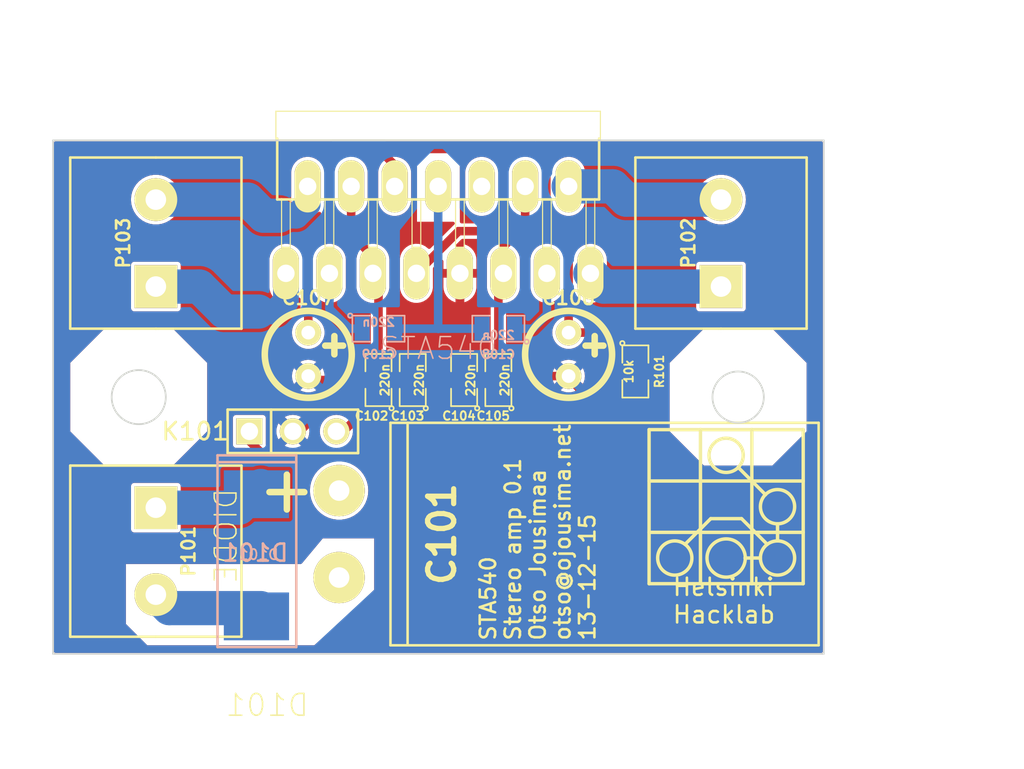
<source format=kicad_pcb>
(kicad_pcb (version 20221018) (generator pcbnew)
  (layers (0 "F.Cu" signal) (1 "In1.Cu" power "Inner2.Cu") (2 "In2.Cu" power "Inner1.Cu") (31 "B.Cu" signal) (34 "B.Paste" user) (35 "F.Paste" user) (36 "B.SilkS" user) (37 "F.SilkS" user) (38 "B.Mask" user) (39 "F.Mask" user) (44 "Edge.Cuts" user))
  (net 0 "")
  (net 1 "GND")
  (net 2 "N-000001")
  (net 3 "N-0000010")
  (net 4 "N-0000011")
  (net 5 "N-0000012")
  (net 6 "N-000002")
  (net 7 "N-000004")
  (net 8 "N-000005")
  (net 9 "N-000006")
  (net 10 "N-000007")
  (net 11 "N-000008")
  (net 12 "N-000009")
  (net 13 "VCC")
  (footprint "SM0805" (layer "F.Cu") (at 64 39 90)
    (fp_text reference "C103" (at -2.1 -3.3 180) (layer "F.SilkS") (effects (font (size 0.50038 0.50038) (thickness 0.10922))))
    (fp_text value "220n" (at 0 0.381 90) (layer "F.SilkS") (effects (font (size 0.50038 0.50038) (thickness 0.10922))))
    (fp_line (start -1.524 -0.762) (end -0.508 -0.762) (stroke (width 0.09906)) (layer "F.SilkS"))
    (fp_line (start -1.524 0.762) (end -1.524 -0.762) (stroke (width 0.09906)) (layer "F.SilkS"))
    (fp_line (start -0.508 0.762) (end -1.524 0.762) (stroke (width 0.09906)) (layer "F.SilkS"))
    (fp_line (start 0.508 -0.762) (end 1.524 -0.762) (stroke (width 0.09906)) (layer "F.SilkS"))
    (fp_line (start 1.524 -0.762) (end 1.524 0.762) (stroke (width 0.09906)) (layer "F.SilkS"))
    (fp_line (start 1.524 0.762) (end 0.508 0.762) (stroke (width 0.09906)) (layer "F.SilkS"))
    (fp_circle (center -1.651 0.762) (end -1.651 0.635) (stroke (width 0.09906)) (fill none) (layer "F.SilkS"))
    (pad "1" smd rect (at -0.9525 0 90) (size 0.889 1.397) (layers "F.Cu" "F.Paste" "F.Mask") (net 4 "N-0000011"))
    (pad "2" smd rect (at 0.9525 0 90) (size 0.889 1.397) (layers "F.Cu" "F.Paste" "F.Mask") (net 8 "N-000005"))
  )
  (footprint "SM0805" (layer "F.Cu") (at 59 39 90)
    (fp_text reference "C104" (at -2.1 4.7 180) (layer "F.SilkS") (effects (font (size 0.50038 0.50038) (thickness 0.10922))))
    (fp_text value "220n" (at 0 0.381 90) (layer "F.SilkS") (effects (font (size 0.50038 0.50038) (thickness 0.10922))))
    (fp_line (start -1.524 -0.762) (end -0.508 -0.762) (stroke (width 0.09906)) (layer "F.SilkS"))
    (fp_line (start -1.524 0.762) (end -1.524 -0.762) (stroke (width 0.09906)) (layer "F.SilkS"))
    (fp_line (start -0.508 0.762) (end -1.524 0.762) (stroke (width 0.09906)) (layer "F.SilkS"))
    (fp_line (start 0.508 -0.762) (end 1.524 -0.762) (stroke (width 0.09906)) (layer "F.SilkS"))
    (fp_line (start 1.524 -0.762) (end 1.524 0.762) (stroke (width 0.09906)) (layer "F.SilkS"))
    (fp_line (start 1.524 0.762) (end 0.508 0.762) (stroke (width 0.09906)) (layer "F.SilkS"))
    (fp_circle (center -1.651 0.762) (end -1.651 0.635) (stroke (width 0.09906)) (fill none) (layer "F.SilkS"))
    (pad "1" smd rect (at -0.9525 0 90) (size 0.889 1.397) (layers "F.Cu" "F.Paste" "F.Mask") (net 5 "N-0000012"))
    (pad "2" smd rect (at 0.9525 0 90) (size 0.889 1.397) (layers "F.Cu" "F.Paste" "F.Mask") (net 3 "N-0000010"))
  )
  (footprint "PIN_ARRAY_3X1" (layer "F.Cu") (at 54 42)
    (fp_text reference "K101" (at -5.7 0) (layer "F.SilkS") (effects (font (size 1.016 1.016) (thickness 0.1524))))
    (fp_text value "CONN_3" hide)
    (fp_line (start -3.81 -1.27) (end 3.81 -1.27) (stroke (width 0.1524)) (layer "F.SilkS"))
    (fp_line (start -3.81 1.27) (end -3.81 -1.27) (stroke (width 0.1524)) (layer "F.SilkS"))
    (fp_line (start -1.27 -1.27) (end -1.27 1.27) (stroke (width 0.1524)) (layer "F.SilkS"))
    (fp_line (start 3.81 -1.27) (end 3.81 1.27) (stroke (width 0.1524)) (layer "F.SilkS"))
    (fp_line (start 3.81 1.27) (end -3.81 1.27) (stroke (width 0.1524)) (layer "F.SilkS"))
    (pad "1" thru_hole rect (at -2.54 0) (size 1.524 1.524) (drill 1.016) (layers "*.Cu" "*.Mask" "F.SilkS") (net 4 "N-0000011"))
    (pad "2" thru_hole circle (at 0 0) (size 1.524 1.524) (drill 1.016) (layers "*.Cu" "*.Mask" "F.SilkS") (net 1 "GND"))
    (pad "3" thru_hole circle (at 2.54 0) (size 1.524 1.524) (drill 1.016) (layers "*.Cu" "*.Mask" "F.SilkS") (net 5 "N-0000012"))
  )
  (footprint "PIN_ARRAY_2X1" (layer "F.Cu") (at 46 49 -90)
    (fp_text reference "P101" (at 0 -1.905 270) (layer "F.SilkS") (effects (font (size 0.762 0.762) (thickness 0.1524))))
    (fp_text value "CONN_2" hide)
    (fp_line (start -5 -5) (end -5 5) (stroke (width 0.15)) (layer "F.SilkS"))
    (fp_line (start -5 5) (end 5 5) (stroke (width 0.15)) (layer "F.SilkS"))
    (fp_line (start 5 -5) (end -5 -5) (stroke (width 0.15)) (layer "F.SilkS"))
    (fp_line (start 5 0) (end 5 -5) (stroke (width 0.15)) (layer "F.SilkS"))
    (fp_line (start 5 5) (end 5 0) (stroke (width 0.15)) (layer "F.SilkS"))
    (pad "1" thru_hole rect (at -2.54 0 270) (size 2.5 2.5) (drill 1.2) (layers "*.Cu" "*.Mask" "F.SilkS") (net 13 "VCC"))
    (pad "2" thru_hole circle (at 2.54 0 270) (size 2.5 2.5) (drill 1.2) (layers "*.Cu" "*.Mask" "F.SilkS") (net 1 "GND"))
  )
  (footprint "PIN_ARRAY_2X1" (layer "F.Cu") (at 79 31 90)
    (fp_text reference "P102" (at 0 -1.905 90) (layer "F.SilkS") (effects (font (size 0.762 0.762) (thickness 0.1524))))
    (fp_text value "CONN_2" hide)
    (fp_line (start -5 -5) (end 5 -5) (stroke (width 0.15)) (layer "F.SilkS"))
    (fp_line (start -5 0) (end -5 -5) (stroke (width 0.15)) (layer "F.SilkS"))
    (fp_line (start -5 5) (end -5 0) (stroke (width 0.15)) (layer "F.SilkS"))
    (fp_line (start 5 -5) (end 5 5) (stroke (width 0.15)) (layer "F.SilkS"))
    (fp_line (start 5 5) (end -5 5) (stroke (width 0.15)) (layer "F.SilkS"))
    (pad "1" thru_hole rect (at -2.54 0 90) (size 2.5 2.5) (drill 1.2) (layers "*.Cu" "*.Mask" "F.SilkS") (net 9 "N-000006"))
    (pad "2" thru_hole circle (at 2.54 0 90) (size 2.5 2.5) (drill 1.2) (layers "*.Cu" "*.Mask" "F.SilkS") (net 12 "N-000009"))
  )
  (footprint "st-microelectronics-MULTIWATT-15" (layer "F.Cu") (at 62.484 25.146)
    (fp_text reference "U101" hide)
    (fp_text value "STA540" (at 0 12) (layer "B.SilkS") (effects (font (size 1.27 1.27) (thickness 0.0889))))
    (fp_line (start -9.4742 -1.84912) (end 9.4742 -1.84912) (stroke (width 0.06604)) (layer "F.SilkS"))
    (fp_line (start -9.4742 -0.17272) (end -9.4742 -1.84912) (stroke (width 0.06604)) (layer "F.SilkS"))
    (fp_line (start -9.4742 -0.17272) (end 9.4742 -0.17272) (stroke (width 0.06604)) (layer "F.SilkS"))
    (fp_line (start -9.398 -0.254) (end -9.398 3.302) (stroke (width 0.1524)) (layer "F.SilkS"))
    (fp_line (start -9.398 3.302) (end -9.144 3.302) (stroke (width 0.1524)) (layer "F.SilkS"))
    (fp_line (start -9.144 3.302) (end -8.636 3.302) (stroke (width 0.06604)) (layer "F.SilkS"))
    (fp_line (start -9.144 3.302) (end 9.144 3.302) (stroke (width 0.1524)) (layer "F.SilkS"))
    (fp_line (start -9.144 6.096) (end -9.144 3.302) (stroke (width 0.06604)) (layer "F.SilkS"))
    (fp_line (start -9.144 6.096) (end -8.636 6.096) (stroke (width 0.06604)) (layer "F.SilkS"))
    (fp_line (start -8.636 6.096) (end -8.636 3.302) (stroke (width 0.06604)) (layer "F.SilkS"))
    (fp_line (start -6.604 3.302) (end -6.096 3.302) (stroke (width 0.06604)) (layer "F.SilkS"))
    (fp_line (start -6.604 6.096) (end -6.604 3.302) (stroke (width 0.06604)) (layer "F.SilkS"))
    (fp_line (start -6.604 6.096) (end -6.096 6.096) (stroke (width 0.06604)) (layer "F.SilkS"))
    (fp_line (start -6.096 6.096) (end -6.096 3.302) (stroke (width 0.06604)) (layer "F.SilkS"))
    (fp_line (start -4.064 3.302) (end -3.556 3.302) (stroke (width 0.06604)) (layer "F.SilkS"))
    (fp_line (start -4.064 6.096) (end -4.064 3.302) (stroke (width 0.06604)) (layer "F.SilkS"))
    (fp_line (start -4.064 6.096) (end -3.556 6.096) (stroke (width 0.06604)) (layer "F.SilkS"))
    (fp_line (start -3.556 6.096) (end -3.556 3.302) (stroke (width 0.06604)) (layer "F.SilkS"))
    (fp_line (start -1.524 3.302) (end -1.016 3.302) (stroke (width 0.06604)) (layer "F.SilkS"))
    (fp_line (start -1.524 6.096) (end -1.524 3.302) (stroke (width 0.06604)) (layer "F.SilkS"))
    (fp_line (start -1.524 6.096) (end -1.016 6.096) (stroke (width 0.06604)) (layer "F.SilkS"))
    (fp_line (start -1.016 6.096) (end -1.016 3.302) (stroke (width 0.06604)) (layer "F.SilkS"))
    (fp_line (start 1.016 3.302) (end 1.524 3.302) (stroke (width 0.06604)) (layer "F.SilkS"))
    (fp_line (start 1.016 6.096) (end 1.016 3.302) (stroke (width 0.06604)) (layer "F.SilkS"))
    (fp_line (start 1.016 6.096) (end 1.524 6.096) (stroke (width 0.06604)) (layer "F.SilkS"))
    (fp_line (start 1.524 6.096) (end 1.524 3.302) (stroke (width 0.06604)) (layer "F.SilkS"))
    (fp_line (start 3.556 3.302) (end 4.064 3.302) (stroke (width 0.06604)) (layer "F.SilkS"))
    (fp_line (start 3.556 6.096) (end 3.556 3.302) (stroke (width 0.06604)) (layer "F.SilkS"))
    (fp_line (start 3.556 6.096) (end 4.064 6.096) (stroke (width 0.06604)) (layer "F.SilkS"))
    (fp_line (start 4.064 6.096) (end 4.064 3.302) (stroke (width 0.06604)) (layer "F.SilkS"))
    (fp_line (start 6.096 3.302) (end 6.604 3.302) (stroke (width 0.06604)) (layer "F.SilkS"))
    (fp_line (start 6.096 6.096) (end 6.096 3.302) (stroke (width 0.06604)) (layer "F.SilkS"))
    (fp_line (start 6.096 6.096) (end 6.604 6.096) (stroke (width 0.06604)) (layer "F.SilkS"))
    (fp_line (start 6.604 6.096) (end 6.604 3.302) (stroke (width 0.06604)) (layer "F.SilkS"))
    (fp_line (start 8.636 3.302) (end 9.144 3.302) (stroke (width 0.06604)) (layer "F.SilkS"))
    (fp_line (start 8.636 6.096) (end 8.636 3.302) (stroke (width 0.06604)) (layer "F.SilkS"))
    (fp_line (start 8.636 6.096) (end 9.144 6.096) (stroke (width 0.06604)) (layer "F.SilkS"))
    (fp_line (start 9.144 3.302) (end 9.398 3.302) (stroke (width 0.1524)) (layer "F.SilkS"))
    (fp_line (start 9.144 6.096) (end 9.144 3.302) (stroke (width 0.06604)) (layer "F.SilkS"))
    (fp_line (start 9.398 -0.254) (end 9.398 3.302) (stroke (width 0.1524)) (layer "F.SilkS"))
    (fp_line (start 9.4742 -0.17272) (end 9.4742 -1.84912) (stroke (width 0.06604)) (layer "F.SilkS"))
    (pad "1" thru_hole oval (at -8.89 7.62) (size 1.524 3.048) (drill 1.016) (layers "*.Cu" "*.Mask" "F.Paste" "F.SilkS") (net 10 "N-000007"))
    (pad "2" thru_hole oval (at -7.62 2.54) (size 1.524 3.048) (drill 1.016) (layers "*.Cu" "*.Mask" "F.Paste" "F.SilkS") (net 11 "N-000008"))
    (pad "3" thru_hole oval (at -6.35 7.62) (size 1.524 3.048) (drill 1.016) (layers "*.Cu" "*.Mask" "F.Paste" "F.SilkS") (net 13 "VCC"))
    (pad "4" thru_hole oval (at -5.08 2.54) (size 1.524 3.048) (drill 1.016) (layers "*.Cu" "*.Mask" "F.Paste" "F.SilkS") (net 3 "N-0000010"))
    (pad "5" thru_hole oval (at -3.81 7.62) (size 1.524 3.048) (drill 1.016) (layers "*.Cu" "*.Mask" "F.Paste" "F.SilkS") (net 3 "N-0000010"))
    (pad "6" thru_hole oval (at -2.54 2.54) (size 1.524 3.048) (drill 1.016) (layers "*.Cu" "*.Mask" "F.Paste" "F.SilkS") (net 6 "N-000002"))
    (pad "7" thru_hole oval (at -1.27 7.62) (size 1.524 3.048) (drill 1.016) (layers "*.Cu" "*.Mask" "F.Paste" "F.SilkS") (net 2 "N-000001"))
    (pad "8" thru_hole oval (at 0 2.54) (size 1.524 3.048) (drill 1.016) (layers "*.Cu" "*.Mask" "F.Paste" "F.SilkS") (net 1 "GND"))
    (pad "9" thru_hole oval (at 1.27 7.62) (size 1.524 3.048) (drill 1.016) (layers "*.Cu" "*.Mask" "F.Paste" "F.SilkS") (net 1 "GND"))
    (pad "10" thru_hole oval (at 2.54 2.54) (size 1.524 3.048) (drill 1.016) (layers "*.Cu" "*.Mask" "F.Paste" "F.SilkS") (net 7 "N-000004"))
    (pad "11" thru_hole oval (at 3.81 7.62) (size 1.524 3.048) (drill 1.016) (layers "*.Cu" "*.Mask" "F.Paste" "F.SilkS") (net 8 "N-000005"))
    (pad "12" thru_hole oval (at 5.08 2.54) (size 1.524 3.048) (drill 1.016) (layers "*.Cu" "*.Mask" "F.Paste" "F.SilkS") (net 8 "N-000005"))
    (pad "13" thru_hole oval (at 6.35 7.62) (size 1.524 3.048) (drill 1.016) (layers "*.Cu" "*.Mask" "F.Paste" "F.SilkS") (net 13 "VCC"))
    (pad "14" thru_hole oval (at 7.62 2.54) (size 1.524 3.048) (drill 1.016) (layers "*.Cu" "*.Mask" "F.Paste" "F.SilkS") (net 12 "N-000009"))
    (pad "15" thru_hole oval (at 8.89 7.62) (size 1.524 3.048) (drill 1.016) (layers "*.Cu" "*.Mask" "F.Paste" "F.SilkS") (net 9 "N-000006"))
  )
  (footprint "Elko_vert_DM14_RM5" (layer "F.Cu") (at 56.7 48 90)
    (fp_text reference "C101" (at 0 6 90) (layer "F.SilkS") (effects (font (size 1.524 1.524) (thickness 0.3048))))
    (fp_text value "1000u" hide)
    (fp_line (start -6.5 3) (end -6.5 28) (stroke (width 0.15)) (layer "F.SilkS"))
    (fp_line (start -6.5 28) (end 6.5 28) (stroke (width 0.15)) (layer "F.SilkS"))
    (fp_line (start 1.436 -3.048) (end 3.468 -3.048) (stroke (width 0.381)) (layer "F.SilkS"))
    (fp_line (start 2.452 -4.064) (end 2.452 -2.032) (stroke (width 0.381)) (layer "F.SilkS"))
    (fp_line (start 6.5 3) (end -6.5 3) (stroke (width 0.15)) (layer "F.SilkS"))
    (fp_line (start 6.5 4) (end -6.5 4) (stroke (width 0.15)) (layer "F.SilkS"))
    (fp_line (start 6.5 28) (end 6.5 3) (stroke (width 0.15)) (layer "F.SilkS"))
    (pad "1" thru_hole circle (at -2.54 0 90) (size 2.99974 2.99974) (drill 1.19888) (layers "*.Cu" "*.Mask" "F.SilkS") (net 1 "GND"))
    (pad "2" thru_hole circle (at 2.54 0 90) (size 2.99974 2.99974) (drill 1.19888) (layers "*.Cu" "*.Mask" "F.SilkS") (net 13 "VCC"))
  )
  (footprint "PIN_ARRAY_2X1" (layer "F.Cu") (at 46 31 90)
    (fp_text reference "P103" (at 0 -1.905 90) (layer "F.SilkS") (effects (font (size 0.762 0.762) (thickness 0.1524))))
    (fp_text value "CONN_2" hide)
    (fp_line (start -5 -5) (end -5 0) (stroke (width 0.15)) (layer "F.SilkS"))
    (fp_line (start -5 0) (end -5 5) (stroke (width 0.15)) (layer "F.SilkS"))
    (fp_line (start -5 5) (end 5 5) (stroke (width 0.15)) (layer "F.SilkS"))
    (fp_line (start 5 -5) (end -5 -5) (stroke (width 0.15)) (layer "F.SilkS"))
    (fp_line (start 5 0) (end 5 -5) (stroke (width 0.15)) (layer "F.SilkS"))
    (fp_line (start 5 5) (end 5 0) (stroke (width 0.15)) (layer "F.SilkS"))
    (pad "1" thru_hole rect (at -2.54 0 90) (size 2.5 2.5) (drill 1.2) (layers "*.Cu" "*.Mask" "F.SilkS") (net 10 "N-000007"))
    (pad "2" thru_hole circle (at 2.54 0 90) (size 2.5 2.5) (drill 1.2) (layers "*.Cu" "*.Mask" "F.SilkS") (net 11 "N-000008"))
  )
  (footprint "SM0805" (layer "F.Cu") (at 66 39 90)
    (fp_text reference "C105" (at -2.1 -0.3) (layer "F.SilkS") (effects (font (size 0.50038 0.50038) (thickness 0.10922))))
    (fp_text value "220n" (at 0 0.381 90) (layer "F.SilkS") (effects (font (size 0.50038 0.50038) (thickness 0.10922))))
    (fp_line (start -1.524 -0.762) (end -0.508 -0.762) (stroke (width 0.09906)) (layer "F.SilkS"))
    (fp_line (start -1.524 0.762) (end -1.524 -0.762) (stroke (width 0.09906)) (layer "F.SilkS"))
    (fp_line (start -0.508 0.762) (end -1.524 0.762) (stroke (width 0.09906)) (layer "F.SilkS"))
    (fp_line (start 0.508 -0.762) (end 1.524 -0.762) (stroke (width 0.09906)) (layer "F.SilkS"))
    (fp_line (start 1.524 -0.762) (end 1.524 0.762) (stroke (width 0.09906)) (layer "F.SilkS"))
    (fp_line (start 1.524 0.762) (end 0.508 0.762) (stroke (width 0.09906)) (layer "F.SilkS"))
    (fp_circle (center -1.651 0.762) (end -1.651 0.635) (stroke (width 0.09906)) (fill none) (layer "F.SilkS"))
    (pad "1" smd rect (at -0.9525 0 90) (size 0.889 1.397) (layers "F.Cu" "F.Paste" "F.Mask") (net 4 "N-0000011"))
    (pad "2" smd rect (at 0.9525 0 90) (size 0.889 1.397) (layers "F.Cu" "F.Paste" "F.Mask") (net 8 "N-000005"))
  )
  (footprint "SM0805" (layer "F.Cu") (at 61 39 90)
    (fp_text reference "C102" (at -2.1 -2.4) (layer "F.SilkS") (effects (font (size 0.50038 0.50038) (thickness 0.10922))))
    (fp_text value "220n" (at 0 0.381 90) (layer "F.SilkS") (effects (font (size 0.50038 0.50038) (thickness 0.10922))))
    (fp_line (start -1.524 -0.762) (end -0.508 -0.762) (stroke (width 0.09906)) (layer "F.SilkS"))
    (fp_line (start -1.524 0.762) (end -1.524 -0.762) (stroke (width 0.09906)) (layer "F.SilkS"))
    (fp_line (start -0.508 0.762) (end -1.524 0.762) (stroke (width 0.09906)) (layer "F.SilkS"))
    (fp_line (start 0.508 -0.762) (end 1.524 -0.762) (stroke (width 0.09906)) (layer "F.SilkS"))
    (fp_line (start 1.524 -0.762) (end 1.524 0.762) (stroke (width 0.09906)) (layer "F.SilkS"))
    (fp_line (start 1.524 0.762) (end 0.508 0.762) (stroke (width 0.09906)) (layer "F.SilkS"))
    (fp_circle (center -1.651 0.762) (end -1.651 0.635) (stroke (width 0.09906)) (fill none) (layer "F.SilkS"))
    (pad "1" smd rect (at -0.9525 0 90) (size 0.889 1.397) (layers "F.Cu" "F.Paste" "F.Mask") (net 5 "N-0000012"))
    (pad "2" smd rect (at 0.9525 0 90) (size 0.889 1.397) (layers "F.Cu" "F.Paste" "F.Mask") (net 3 "N-0000010"))
  )
  (footprint "Elko_vert_DM5_RM2-5" (layer "F.Cu") (at 70.1 37.5 -90)
    (fp_text reference "C106" (at -3.3 0) (layer "F.SilkS") (effects (font (size 0.8 0.8))))
    (fp_text value "10u" hide)
    (fp_line (start -0.508 -2.032) (end -0.508 -0.9906) (stroke (width 0.381)) (layer "F.SilkS"))
    (fp_line (start 0 -1.524) (end -1.0668 -1.524) (stroke (width 0.381)) (layer "F.SilkS"))
    (fp_circle (center 0 0) (end 2.54 0) (stroke (width 0.381)) (fill none) (layer "F.SilkS"))
    (pad "1" thru_hole circle (at -1.27 0 270) (size 1.50114 1.50114) (drill 0.8001) (layers "*.Cu" "*.Mask" "F.SilkS") (net 2 "N-000001"))
    (pad "2" thru_hole circle (at 1.27 0 270) (size 1.50114 1.50114) (drill 0.8001) (layers "*.Cu" "*.Mask" "F.SilkS") (net 1 "GND"))
  )
  (footprint "Elko_vert_DM5_RM2-5" (layer "F.Cu") (at 54.9 37.5 -90)
    (fp_text reference "C107" (at -3.3 0) (layer "F.SilkS") (effects (font (size 0.8 0.8))))
    (fp_text value "47u" hide)
    (fp_line (start -0.508 -2.032) (end -0.508 -0.9906) (stroke (width 0.381)) (layer "F.SilkS"))
    (fp_line (start 0 -1.524) (end -1.0668 -1.524) (stroke (width 0.381)) (layer "F.SilkS"))
    (fp_circle (center 0 0) (end 2.54 0) (stroke (width 0.381)) (fill none) (layer "F.SilkS"))
    (pad "1" thru_hole circle (at -1.27 0 270) (size 1.50114 1.50114) (drill 0.8001) (layers "*.Cu" "*.Mask" "F.SilkS") (net 6 "N-000002"))
    (pad "2" thru_hole circle (at 1.27 0 270) (size 1.50114 1.50114) (drill 0.8001) (layers "*.Cu" "*.Mask" "F.SilkS") (net 1 "GND"))
  )
  (footprint "SM0805" (layer "F.Cu") (at 74 38.5 -90)
    (fp_text reference "R101" (at 0 -1.4 270) (layer "F.SilkS") (effects (font (size 0.50038 0.50038) (thickness 0.10922))))
    (fp_text value "10k" (at 0 0.381 270) (layer "F.SilkS") (effects (font (size 0.50038 0.50038) (thickness 0.10922))))
    (fp_line (start -1.524 -0.762) (end -0.508 -0.762) (stroke (width 0.09906)) (layer "F.SilkS"))
    (fp_line (start -1.524 0.762) (end -1.524 -0.762) (stroke (width 0.09906)) (layer "F.SilkS"))
    (fp_line (start -0.508 0.762) (end -1.524 0.762) (stroke (width 0.09906)) (layer "F.SilkS"))
    (fp_line (start 0.508 -0.762) (end 1.524 -0.762) (stroke (width 0.09906)) (layer "F.SilkS"))
    (fp_line (start 1.524 -0.762) (end 1.524 0.762) (stroke (width 0.09906)) (layer "F.SilkS"))
    (fp_line (start 1.524 0.762) (end 0.508 0.762) (stroke (width 0.09906)) (layer "F.SilkS"))
    (fp_circle (center -1.651 0.762) (end -1.651 0.635) (stroke (width 0.09906)) (fill none) (layer "F.SilkS"))
    (pad "1" smd rect (at -0.9525 0 270) (size 0.889 1.397) (layers "F.Cu" "F.Paste" "F.Mask") (net 2 "N-000001"))
    (pad "2" smd rect (at 0.9525 0 270) (size 0.889 1.397) (layers "F.Cu" "F.Paste" "F.Mask") (net 1 "GND"))
  )
  (footprint "SM0805" (layer "B.Cu") (at 66 36 180)
    (fp_text reference "C108" (at 0 -1.5 180) (layer "B.SilkS") (effects (font (size 0.50038 0.50038) (thickness 0.10922)) (justify mirror)))
    (fp_text value "220n" (at 0 -0.381 180) (layer "B.SilkS") (effects (font (size 0.50038 0.50038) (thickness 0.10922)) (justify mirror)))
    (fp_line (start -1.524 -0.762) (end -1.524 0.762) (stroke (width 0.09906)) (layer "B.SilkS"))
    (fp_line (start -1.524 0.762) (end -0.508 0.762) (stroke (width 0.09906)) (layer "B.SilkS"))
    (fp_line (start -0.508 -0.762) (end -1.524 -0.762) (stroke (width 0.09906)) (layer "B.SilkS"))
    (fp_line (start 0.508 0.762) (end 1.524 0.762) (stroke (width 0.09906)) (layer "B.SilkS"))
    (fp_line (start 1.524 -0.762) (end 0.508 -0.762) (stroke (width 0.09906)) (layer "B.SilkS"))
    (fp_line (start 1.524 0.762) (end 1.524 -0.762) (stroke (width 0.09906)) (layer "B.SilkS"))
    (fp_circle (center -1.651 -0.762) (end -1.651 -0.635) (stroke (width 0.09906)) (fill none) (layer "B.SilkS"))
    (pad "1" smd rect (at -0.9525 0 180) (size 0.889 1.397) (layers "B.Cu" "B.Paste" "B.Mask") (net 13 "VCC"))
    (pad "2" smd rect (at 0.9525 0 180) (size 0.889 1.397) (layers "B.Cu" "B.Paste" "B.Mask") (net 1 "GND"))
  )
  (footprint "SM0805" (layer "B.Cu") (at 59 36)
    (fp_text reference "C109" (at 0 1.5) (layer "B.SilkS") (effects (font (size 0.50038 0.50038) (thickness 0.10922)) (justify mirror)))
    (fp_text value "220n" (at 0 -0.381) (layer "B.SilkS") (effects (font (size 0.50038 0.50038) (thickness 0.10922)) (justify mirror)))
    (fp_line (start -1.524 -0.762) (end -1.524 0.762) (stroke (width 0.09906)) (layer "B.SilkS"))
    (fp_line (start -1.524 0.762) (end -0.508 0.762) (stroke (width 0.09906)) (layer "B.SilkS"))
    (fp_line (start -0.508 -0.762) (end -1.524 -0.762) (stroke (width 0.09906)) (layer "B.SilkS"))
    (fp_line (start 0.508 0.762) (end 1.524 0.762) (stroke (width 0.09906)) (layer "B.SilkS"))
    (fp_line (start 1.524 -0.762) (end 0.508 -0.762) (stroke (width 0.09906)) (layer "B.SilkS"))
    (fp_line (start 1.524 0.762) (end 1.524 -0.762) (stroke (width 0.09906)) (layer "B.SilkS"))
    (fp_circle (center -1.651 -0.762) (end -1.651 -0.635) (stroke (width 0.09906)) (fill none) (layer "B.SilkS"))
    (pad "1" smd rect (at -0.9525 0) (size 0.889 1.397) (layers "B.Cu" "B.Paste" "B.Mask") (net 13 "VCC"))
    (pad "2" smd rect (at 0.9525 0) (size 0.889 1.397) (layers "B.Cu" "B.Paste" "B.Mask") (net 1 "GND"))
  )
  (footprint "-SMC" (layer "B.Cu") (at 52 49 90)
    (fp_text reference "D101" (at -9 0.5) (layer "F.SilkS") (effects (font (size 1.27 1.27) (thickness 0.0889)) (justify mirror)))
    (fp_text value "DIODE" (at 0.889 -1.905 90) (layer "F.SilkS") (effects (font (size 1.27 1.27) (thickness 0.0889)) (justify mirror)))
    (fp_text user "D101" (at -0.2 0 180) (layer "B.SilkS") (effects (font (size 0.6 0.6) (thickness 0.1)) (justify mirror)))
    (fp_line (start -5.6 -2.4) (end 5.2 -2.4) (stroke (width 0.15)) (layer "B.SilkS"))
    (fp_line (start -5.6 2.2) (end -5.6 -2.4) (stroke (width 0.15)) (layer "B.SilkS"))
    (fp_line (start 5.2 -2.4) (end 5.2 2.2) (stroke (width 0.15)) (layer "B.SilkS"))
    (fp_line (start 5.2 2.2) (end -5.6 2.2) (stroke (width 0.15)) (layer "B.SilkS"))
    (fp_line (start 5.2 2.2) (end 5.6 2.2) (stroke (width 0.15)) (layer "B.SilkS"))
    (fp_line (start 5.6 -2.4) (end 5.2 -2.4) (stroke (width 0.15)) (layer "B.SilkS"))
    (fp_line (start 5.6 2.2) (end 5.6 -2.4) (stroke (width 0.15)) (layer "B.SilkS"))
    (pad "1" smd rect (at -3.81 -0.127 90) (size 2.794 3.81) (layers "B.Cu" "B.Paste" "B.Mask") (net 1 "GND"))
    (pad "2" smd rect (at 3.3274 -0.127 90) (size 2.794 3.81) (layers "B.Cu" "B.Paste" "B.Mask") (net 13 "VCC"))
  )
  (gr_circle (center 76.3 49.4) (end 77.3 49.4) (stroke (width 0.2)) (fill none) (layer "F.SilkS"))
  (gr_circle (center 82.3 46.4) (end 83.3 46.4) (stroke (width 0.2)) (fill none) (layer "F.SilkS"))
  (gr_line (start 80.2 47.1) (end 81.7 48.6) (stroke (width 0.2)) (layer "F.SilkS"))
  (gr_line (start 74.8 50.9) (end 74.8 41.9) (stroke (width 0.2)) (layer "F.SilkS"))
  (gr_line (start 80.8 50.9) (end 80.8 41.9) (stroke (width 0.2)) (layer "F.SilkS"))
  (gr_line (start 80.4 49.4) (end 81.3 49.4) (stroke (width 0.2)) (layer "F.SilkS"))
  (gr_line (start 83.8 50.9) (end 74.8 50.9) (stroke (width 0.2)) (layer "F.SilkS"))
  (gr_circle (center 79.3 43.4) (end 80.3 43.4) (stroke (width 0.2)) (fill none) (layer "F.SilkS"))
  (gr_line (start 80.8 41.9) (end 83.8 41.9) (stroke (width 0.2)) (layer "F.SilkS"))
  (gr_line (start 74.8 41.9) (end 77.8 41.9) (stroke (width 0.2)) (layer "F.SilkS"))
  (gr_line (start 74.8 44.9) (end 83.8 44.9) (stroke (width 0.2)) (layer "F.SilkS"))
  (gr_line (start 77.8 41.9) (end 80.8 41.9) (stroke (width 0.2)) (layer "F.SilkS"))
  (gr_circle (center 79.3 49.4) (end 80.3 48.9) (stroke (width 0.2)) (fill none) (layer "F.SilkS"))
  (gr_line (start 83.8 44.9) (end 83.8 47.9) (stroke (width 0.2)) (layer "F.SilkS"))
  (gr_line (start 83.8 47.9) (end 83.8 50.9) (stroke (width 0.2)) (layer "F.SilkS"))
  (gr_circle (center 82.3 49.4) (end 83.3 49.4) (stroke (width 0.2)) (fill none) (layer "F.SilkS"))
  (gr_line (start 80 44.1) (end 81.6 45.7) (stroke (width 0.2)) (layer "F.SilkS"))
  (gr_line (start 83.8 41.9) (end 83.8 44.9) (stroke (width 0.2)) (layer "F.SilkS"))
  (gr_line (start 77.8 50.9) (end 77.8 41.9) (stroke (width 0.2)) (layer "F.SilkS"))
  (gr_line (start 74.8 47.9) (end 83.8 47.9) (stroke (width 0.2)) (layer "F.SilkS"))
  (gr_line (start 82.3 48.4) (end 82.3 47.4) (stroke (width 0.2)) (layer "F.SilkS"))
  (gr_line (start 78.4 47.1) (end 80.2 47.1) (stroke (width 0.2)) (layer "F.SilkS"))
  (gr_line (start 76.9 48.6) (end 78.4 47.1) (stroke (width 0.2)) (layer "F.SilkS"))
  (gr_line (start 40 55) (end 40 25) (stroke (width 0.1)) (layer "Edge.Cuts"))
  (gr_line (start 85 25) (end 85 55) (stroke (width 0.1)) (layer "Edge.Cuts"))
  (gr_line (start 40 25) (end 85 25) (stroke (width 0.1)) (layer "Edge.Cuts"))
  (gr_circle (center 80 40) (end 81.5 40) (stroke (width 0.1)) (fill none) (layer "Edge.Cuts"))
  (gr_line (start 85 55) (end 40 55) (stroke (width 0.1)) (layer "Edge.Cuts"))
  (gr_circle (center 45 40) (end 43.5 40.5) (stroke (width 0.1)) (fill none) (layer "Edge.Cuts"))
  (gr_text "D101" (at 51.8 49.1) (layer "B.SilkS") (effects (font (size 1 1)) (justify mirror)))
  (gr_text "STA540 \nStereo amp 0.1\nOtso Jousimaa\notso@ojousima.net\n13-12-15" (at 68.3 54.3 90) (layer "F.SilkS") (effects (font (size 0.9 0.9)) (justify left)))
  (gr_text "Helsinki \nHacklab" (at 76.1 51.9) (layer "F.SilkS") (effects (font (size 1 1)) (justify left)))
  (segment (start 70.6825 39.4525) (end 70 38.77) (width 0.5) (layer "F.Cu") (net 1))
  (segment (start 67.63 38.77) (end 67.4 39) (width 0.5) (layer "F.Cu") (net 1))
  (segment (start 67.4 39) (end 62.5 39) (width 0.5) (layer "F.Cu") (net 1))
  (segment (start 55.13 39) (end 54.9 38.77) (width 0.5) (layer "F.Cu") (net 1))
  (segment (start 63.754 36.046) (end 62.5 37.3) (width 0.5) (layer "F.Cu") (net 1))
  (segment (start 62.5 37.3) (end 62.5 39) (width 0.5) (layer "F.Cu") (net 1))
  (segment (start 62.5 39) (end 56.9 39) (width 0.5) (layer "F.Cu") (net 1))
  (segment (start 54.4 42) (end 56.9 39.5) (width 0.5) (layer "F.Cu") (net 1))
  (segment (start 56.9 39.5) (end 56.9 39) (width 0.5) (layer "F.Cu") (net 1))
  (segment (start 56.9 39) (end 55.13 39) (width 0.5) (layer "F.Cu") (net 1))
  (segment (start 70 38.77) (end 67.63 38.77) (width 0.5) (layer "F.Cu") (net 1))
  (segment (start 63.754 32.766) (end 63.754 36.046) (width 0.5) (layer "F.Cu") (net 1))
  (segment (start 54 42) (end 54.4 42) (width 0.5) (layer "F.Cu") (net 1))
  (segment (start 74 39.4525) (end 70.6825 39.4525) (width 0.5) (layer "F.Cu") (net 1))
  (segment (start 46.7874 52.3274) (end 46 51.54) (width 2) (layer "B.Cu") (net 1))
  (segment (start 62.484 36) (end 62.5 35.984) (width 0.5) (layer "B.Cu") (net 1))
  (segment (start 62.5 35.984) (end 62.5 35.9) (width 0.5) (layer "B.Cu") (net 1))
  (segment (start 62.5 35.9) (end 62.5 36) (width 0.5) (layer "B.Cu") (net 1))
  (segment (start 62.5 36) (end 65.0475 36) (width 0.5) (layer "B.Cu") (net 1))
  (segment (start 59.9525 36) (end 62.5 36) (width 0.5) (layer "B.Cu") (net 1))
  (segment (start 62.484 27.686) (end 62.484 36) (width 0.5) (layer "B.Cu") (net 1))
  (segment (start 52.127 52.3274) (end 46.7874 52.3274) (width 2) (layer "B.Cu") (net 1))
  (segment (start 73.2 36.7475) (end 74 37.5475) (width 0.5) (layer "F.Cu") (net 2))
  (segment (start 73.2 36.23) (end 73.2 36.2) (width 0.5) (layer "F.Cu") (net 2))
  (segment (start 73.2 36.2) (end 73.2 36.7475) (width 0.5) (layer "F.Cu") (net 2))
  (segment (start 70.1 31.1) (end 68.8 29.8) (width 0.5) (layer "F.Cu") (net 2))
  (segment (start 68.8 29.8) (end 68.8 26.3) (width 0.5) (layer "F.Cu") (net 2))
  (segment (start 68.8 26.3) (end 68.2 25.7) (width 0.5) (layer "F.Cu") (net 2))
  (segment (start 68.2 25.7) (end 66.7 25.7) (width 0.5) (layer "F.Cu") (net 2))
  (segment (start 66.7 25.7) (end 66.3 26.1) (width 0.5) (layer "F.Cu") (net 2))
  (segment (start 66.3 26.1) (end 66.3 29.3) (width 0.5) (layer "F.Cu") (net 2))
  (segment (start 66.3 29.3) (end 65.3 30.3) (width 0.5) (layer "F.Cu") (net 2))
  (segment (start 65.3 30.3) (end 63.68 30.3) (width 0.5) (layer "F.Cu") (net 2))
  (segment (start 63.68 30.3) (end 61.214 32.766) (width 0.5) (layer "F.Cu") (net 2))
  (segment (start 70 36.23) (end 73.2 36.23) (width 0.5) (layer "F.Cu") (net 2))
  (segment (start 70.1 36.23) (end 70.1 31.1) (width 0.5) (layer "F.Cu") (net 2))
  (segment (start 58.674 31.774) (end 57.404 30.504) (width 0.5) (layer "F.Cu") (net 3))
  (segment (start 57.404 30.504) (end 57.404 27.686) (width 0.5) (layer "F.Cu") (net 3))
  (segment (start 59 33.092) (end 58.674 32.766) (width 0.5) (layer "F.Cu") (net 3))
  (segment (start 59 38.0475) (end 59 33.092) (width 0.5) (layer "F.Cu") (net 3))
  (segment (start 58.674 32.766) (end 58.674 31.774) (width 0.5) (layer "F.Cu") (net 3))
  (segment (start 61 38.0475) (end 59 38.0475) (width 0.5) (layer "F.Cu") (net 3))
  (segment (start 51.46 42.56) (end 52.2 43.3) (width 0.5) (layer "F.Cu") (net 4))
  (segment (start 52.2 43.3) (end 60.6525 43.3) (width 0.5) (layer "F.Cu") (net 4))
  (segment (start 60.6525 43.3) (end 64 39.9525) (width 0.5) (layer "F.Cu") (net 4))
  (segment (start 64 39.9525) (end 66 39.9525) (width 0.5) (layer "F.Cu") (net 4))
  (segment (start 51.46 42) (end 51.46 42.56) (width 0.5) (layer "F.Cu") (net 4))
  (segment (start 56.9525 42) (end 59 39.9525) (width 0.5) (layer "F.Cu") (net 5))
  (segment (start 59 39.9525) (end 61 39.9525) (width 0.5) (layer "F.Cu") (net 5))
  (segment (start 56.54 42) (end 56.9525 42) (width 0.5) (layer "F.Cu") (net 5))
  (segment (start 59.944 26.444) (end 59 25.5) (width 0.5) (layer "F.Cu") (net 6))
  (segment (start 59 25.5) (end 56.7 25.5) (width 0.5) (layer "F.Cu") (net 6))
  (segment (start 54.9 31.1) (end 56.1 29.9) (width 0.5) (layer "F.Cu") (net 6))
  (segment (start 56.1 29.9) (end 56.1 26.1) (width 0.5) (layer "F.Cu") (net 6))
  (segment (start 56.1 26.1) (end 56.7 25.5) (width 0.5) (layer "F.Cu") (net 6))
  (segment (start 54.9 36.23) (end 54.9 31.1) (width 0.5) (layer "F.Cu") (net 6))
  (segment (start 59.944 27.686) (end 59.944 26.444) (width 0.5) (layer "F.Cu") (net 6))
  (segment (start 66.294 31.206) (end 67.564 29.936) (width 0.5) (layer "F.Cu") (net 8))
  (segment (start 67.564 29.936) (end 67.564 27.686) (width 0.5) (layer "F.Cu") (net 8))
  (segment (start 66 33.06) (end 66.294 32.766) (width 0.5) (layer "F.Cu") (net 8))
  (segment (start 66 38.0475) (end 64 38.0475) (width 0.5) (layer "F.Cu") (net 8))
  (segment (start 66 38.0475) (end 66 33.06) (width 0.5) (layer "F.Cu") (net 8))
  (segment (start 66.294 32.766) (end 66.294 31.206) (width 0.5) (layer "F.Cu") (net 8))
  (segment (start 72.148 33.54) (end 71.374 32.766) (width 2) (layer "B.Cu") (net 9))
  (segment (start 79 33.54) (end 72.148 33.54) (width 2) (layer "B.Cu") (net 9))
  (segment (start 53.594 34.406) (end 53 35) (width 1.5) (layer "B.Cu") (net 10))
  (segment (start 53 35) (end 52 35) (width 1.5) (layer "B.Cu") (net 10))
  (segment (start 50 35) (end 48.54 33.54) (width 2) (layer "B.Cu") (net 10))
  (segment (start 48.54 33.54) (end 46 33.54) (width 2) (layer "B.Cu") (net 10))
  (segment (start 52 35) (end 50 35) (width 2) (layer "B.Cu") (net 10))
  (segment (start 53.594 32.766) (end 53.594 34.406) (width 1.5) (layer "B.Cu") (net 10))
  (segment (start 54.864 28.736) (end 54.2 29.4) (width 1.5) (layer "B.Cu") (net 11))
  (segment (start 54.2 29.4) (end 53.2 29.4) (width 1.5) (layer "B.Cu") (net 11))
  (segment (start 52.3 29.4) (end 51.36 28.46) (width 2) (layer "B.Cu") (net 11))
  (segment (start 51.36 28.46) (end 46 28.46) (width 2) (layer "B.Cu") (net 11))
  (segment (start 54.864 27.686) (end 54.864 28.736) (width 1.5) (layer "B.Cu") (net 11))
  (segment (start 53.2 29.4) (end 52.3 29.4) (width 2) (layer "B.Cu") (net 11))
  (segment (start 72.686 27.686) (end 73.46 28.46) (width 2) (layer "B.Cu") (net 12))
  (segment (start 73.46 28.46) (end 79 28.46) (width 2) (layer "B.Cu") (net 12))
  (segment (start 70.104 27.686) (end 72.686 27.686) (width 2) (layer "B.Cu") (net 12))
  (segment (start 68.7705 32.8295) (end 68.834 32.766) (width 1) (layer "F.Cu") (net 13))
  (segment (start 56.1975 32.8295) (end 56.134 32.766) (width 1) (layer "F.Cu") (net 13))
  (segment (start 50.857 46.46) (end 52.127 45.19) (width 2) (layer "B.Cu") (net 13))
  (segment (start 57.3 36) (end 56.134 34.834) (width 0.5) (layer "B.Cu") (net 13))
  (segment (start 56.134 34.834) (end 56.134 32.766) (width 0.5) (layer "B.Cu") (net 13))
  (segment (start 68 36) (end 68.834 35.166) (width 0.5) (layer "B.Cu") (net 13))
  (segment (start 68.834 35.166) (end 68.834 32.766) (width 0.5) (layer "B.Cu") (net 13))
  (segment (start 58.0475 36) (end 57.3 36) (width 0.5) (layer "B.Cu") (net 13))
  (segment (start 66.9525 36) (end 68 36) (width 0.5) (layer "B.Cu") (net 13))
  (segment (start 46 46.46) (end 50.857 46.46) (width 2) (layer "B.Cu") (net 13))
  (zone (net 1) (net_name "GND") (layer "F.Cu") (connect_pads (clearance 0.2)) (min_thickness 0.2) (fill yes (thermal_gap 0.2) (thermal_bridge_width 0.508))
    (polygon (pts (xy 85 55) (xy 40 55) (xy 40 25) (xy 85 25)))
    (polygon (pts (xy 58.75 51.25) (xy 58.75 48.25) (xy 55.75 48.25) (xy 54.5 49.75) (xy 44.25 49.75) (xy 44.25 53.25) (xy 45.5 54.5) (xy 55.25 54.5) (xy 57.25 52.75)))
    (polygon (pts (xy 49 42) (xy 49 38) (xy 47 36) (xy 43 36) (xy 41 38) (xy 41 42) (xy 43 44) (xy 47 44)))
    (polygon (pts (xy 63.75 29.75) (xy 63.75 25.75) (xy 61.25 25.75) (xy 61.25 29.75)))
    (polygon (pts (xy 84 42) (xy 84 38) (xy 82 36) (xy 78 36) (xy 76 38) (xy 76 42) (xy 78 44) (xy 82 44)))
  )
  (zone (net 1) (net_name "GND") (layer "B.Cu") (connect_pads (clearance 0.2)) (min_thickness 0.2) (fill yes (thermal_gap 0.2) (thermal_bridge_width 0.508))
    (polygon (pts (xy 85 55) (xy 40 55) (xy 40 25) (xy 85 25)))
    (polygon (pts (xy 66 37.25) (xy 66 34.75) (xy 64.75 34.75) (xy 64.75 30) (xy 63.75 29) (xy 63.75 26.5) (xy 62.75 25.5) (xy 62.25 25.5) (xy 61.25 26.5) (xy 61.25 29) (xy 60.25 30.25) (xy 60.25 34.75) (xy 59 34.75) (xy 59 37.25)))
    (polygon (pts (xy 76 40) (xy 76 38) (xy 78 36) (xy 82 36) (xy 84 38) (xy 84 40) (xy 84 42) (xy 82 44) (xy 78 44) (xy 76 42)))
    (polygon (pts (xy 41 40) (xy 41 38) (xy 43 36) (xy 47 36) (xy 49 38) (xy 49 42) (xy 47 44) (xy 43 44) (xy 41 42)))
    (polygon (pts (xy 44.25 49.75) (xy 54.5 49.75) (xy 55.75 48.25) (xy 58.75 48.25) (xy 58.75 51.25) (xy 55.25 54.5) (xy 45.5 54.5) (xy 44.25 53.25)))
  )
)
</source>
